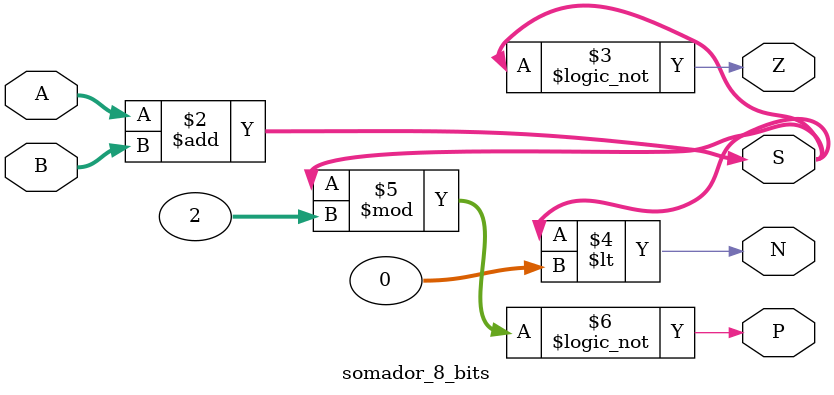
<source format=sv>
/**
Lucas Leones Costa Dos Santos - 121110281
Problema 02 - Somador de 8 bits
*/
parameter Num_bits=8; 
module somador_8_bits(
  input signed [Num_bits-1:0] A, B,
  output logic signed [Num_bits-1:0] S,
  output logic signed Z, N, P);
  
  always_comb 
    begin
	S = A+B;
  	Z = (S == 0);
    N = (S < 0);
    P = (S % 2) == 0;
    end
  
endmodule
</source>
